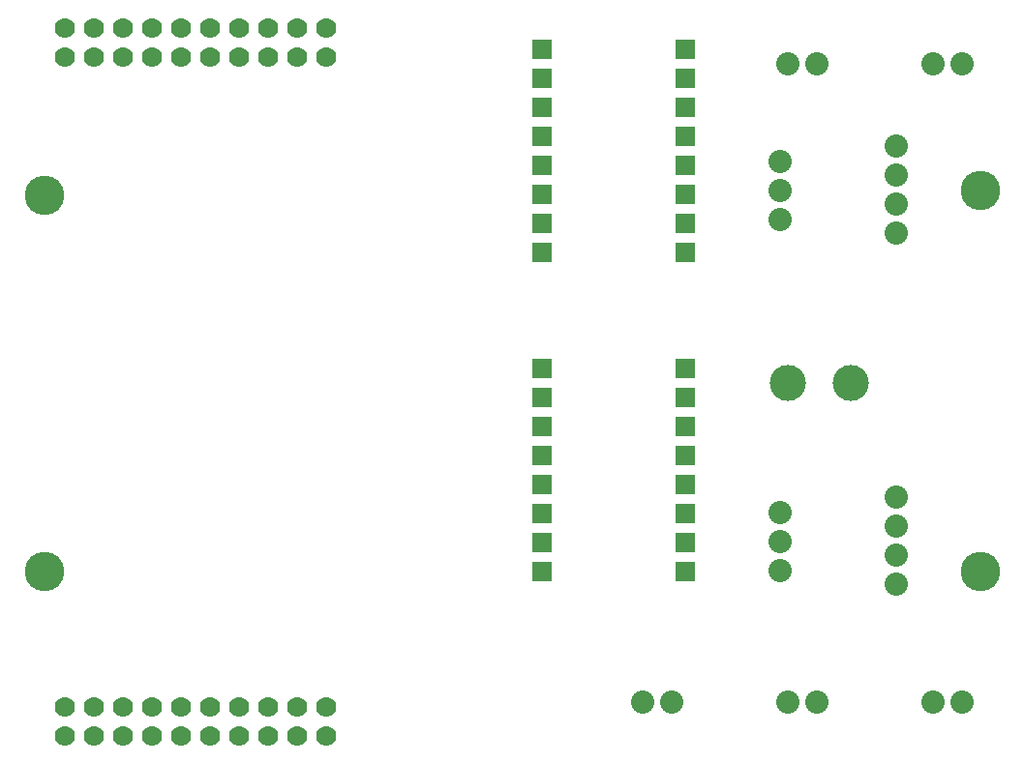
<source format=gbs>
*
*
G04 PADS 9.3.1 Build Number: 456998 generated Gerber (RS-274-X) file*
G04 PC Version=2.1*
*
%IN "ArmControl.pcb"*%
*
%MOIN*%
*
%FSLAX35Y35*%
*
*
*
*
G04 PC Standard Apertures*
*
*
G04 Thermal Relief Aperture macro.*
%AMTER*
1,1,$1,0,0*
1,0,$1-$2,0,0*
21,0,$3,$4,0,0,45*
21,0,$3,$4,0,0,135*
%
*
*
G04 Annular Aperture macro.*
%AMANN*
1,1,$1,0,0*
1,0,$2,0,0*
%
*
*
G04 Odd Aperture macro.*
%AMODD*
1,1,$1,0,0*
1,0,$1-0.005,0,0*
%
*
*
G04 PC Custom Aperture Macros*
*
*
*
*
*
*
G04 PC Aperture Table*
*
%ADD010C,0.001*%
%ADD051C,0.07*%
%ADD053R,0.07X0.07*%
%ADD184C,0.12417*%
%ADD190C,0.08*%
%ADD194C,0.13598*%
*
*
*
*
G04 PC Circuitry*
G04 Layer Name ArmControl.pcb - circuitry*
%LPD*%
*
*
G04 PC Custom Flashes*
G04 Layer Name ArmControl.pcb - flashes*
%LPD*%
*
*
G04 PC Circuitry*
G04 Layer Name ArmControl.pcb - circuitry*
%LPD*%
*
G54D10*
G54D51*
G01X21067Y8508D03*
Y18508D03*
X31067Y8508D03*
Y18508D03*
X41067Y8508D03*
Y18508D03*
X51067Y8508D03*
Y18508D03*
X61067Y8508D03*
Y18508D03*
X71067Y8508D03*
Y18508D03*
X81067Y8508D03*
Y18508D03*
X91067Y8508D03*
Y18508D03*
X101067Y8508D03*
Y18508D03*
X111067Y8508D03*
Y18508D03*
X21067Y242258D03*
Y252258D03*
X31067Y242258D03*
Y252258D03*
X41067Y242258D03*
Y252258D03*
X51067Y242258D03*
Y252258D03*
X61067Y242258D03*
Y252258D03*
X71067Y242258D03*
Y252258D03*
X81067Y242258D03*
Y252258D03*
X91067Y242258D03*
Y252258D03*
X101067Y242258D03*
Y252258D03*
X111067Y242258D03*
Y252258D03*
G54D53*
X234685Y175000D03*
Y185000D03*
Y195000D03*
Y205000D03*
Y215000D03*
Y225000D03*
Y235000D03*
Y245000D03*
X185315D03*
Y235000D03*
Y225000D03*
Y215000D03*
Y205000D03*
Y195000D03*
Y185000D03*
Y175000D03*
X234685Y65000D03*
Y75000D03*
Y85000D03*
Y95000D03*
Y105000D03*
Y115000D03*
Y125000D03*
Y135000D03*
X185315D03*
Y125000D03*
Y115000D03*
Y105000D03*
Y95000D03*
Y85000D03*
Y75000D03*
Y65000D03*
G54D184*
X270000Y130000D03*
X291654D03*
G54D190*
X330000Y20000D03*
X320000D03*
X267087Y65512D03*
Y75512D03*
Y85512D03*
Y186457D03*
Y196457D03*
Y206457D03*
X220000Y20000D03*
X230000D03*
X320000Y240000D03*
X330000D03*
X270000Y20000D03*
X280000D03*
X307402Y211654D03*
Y201654D03*
Y191654D03*
Y181654D03*
Y90709D03*
Y80709D03*
Y70709D03*
Y60709D03*
X270000Y240000D03*
X280000D03*
G54D194*
X13780Y64961D03*
Y194882D03*
X336220Y196535D03*
Y64961D03*
X0Y0D02*
M02*

</source>
